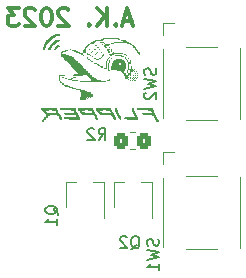
<source format=gbo>
G04 #@! TF.GenerationSoftware,KiCad,Pcbnew,6.0.2+dfsg-1*
G04 #@! TF.CreationDate,2023-09-07T15:13:02+02:00*
G04 #@! TF.ProjectId,flipper_esp32,666c6970-7065-4725-9f65-737033322e6b,rev?*
G04 #@! TF.SameCoordinates,Original*
G04 #@! TF.FileFunction,Legend,Bot*
G04 #@! TF.FilePolarity,Positive*
%FSLAX46Y46*%
G04 Gerber Fmt 4.6, Leading zero omitted, Abs format (unit mm)*
G04 Created by KiCad (PCBNEW 6.0.2+dfsg-1) date 2023-09-07 15:13:02*
%MOMM*%
%LPD*%
G01*
G04 APERTURE LIST*
G04 Aperture macros list*
%AMRoundRect*
0 Rectangle with rounded corners*
0 $1 Rounding radius*
0 $2 $3 $4 $5 $6 $7 $8 $9 X,Y pos of 4 corners*
0 Add a 4 corners polygon primitive as box body*
4,1,4,$2,$3,$4,$5,$6,$7,$8,$9,$2,$3,0*
0 Add four circle primitives for the rounded corners*
1,1,$1+$1,$2,$3*
1,1,$1+$1,$4,$5*
1,1,$1+$1,$6,$7*
1,1,$1+$1,$8,$9*
0 Add four rect primitives between the rounded corners*
20,1,$1+$1,$2,$3,$4,$5,0*
20,1,$1+$1,$4,$5,$6,$7,0*
20,1,$1+$1,$6,$7,$8,$9,0*
20,1,$1+$1,$8,$9,$2,$3,0*%
G04 Aperture macros list end*
%ADD10C,0.300000*%
%ADD11C,0.150000*%
%ADD12C,0.120000*%
%ADD13R,1.400000X1.600000*%
%ADD14RoundRect,0.250000X0.350000X0.450000X-0.350000X0.450000X-0.350000X-0.450000X0.350000X-0.450000X0*%
%ADD15R,0.700000X2.000000*%
%ADD16R,1.700000X1.700000*%
%ADD17O,1.700000X1.700000*%
G04 APERTURE END LIST*
D10*
X141648000Y-104136000D02*
X140933714Y-104136000D01*
X141790857Y-104564571D02*
X141290857Y-103064571D01*
X140790857Y-104564571D01*
X140290857Y-104421714D02*
X140219428Y-104493142D01*
X140290857Y-104564571D01*
X140362285Y-104493142D01*
X140290857Y-104421714D01*
X140290857Y-104564571D01*
X139576571Y-104564571D02*
X139576571Y-103064571D01*
X138719428Y-104564571D02*
X139362285Y-103707428D01*
X138719428Y-103064571D02*
X139576571Y-103921714D01*
X138076571Y-104421714D02*
X138005142Y-104493142D01*
X138076571Y-104564571D01*
X138148000Y-104493142D01*
X138076571Y-104421714D01*
X138076571Y-104564571D01*
X136290857Y-103207428D02*
X136219428Y-103136000D01*
X136076571Y-103064571D01*
X135719428Y-103064571D01*
X135576571Y-103136000D01*
X135505142Y-103207428D01*
X135433714Y-103350285D01*
X135433714Y-103493142D01*
X135505142Y-103707428D01*
X136362285Y-104564571D01*
X135433714Y-104564571D01*
X134505142Y-103064571D02*
X134362285Y-103064571D01*
X134219428Y-103136000D01*
X134148000Y-103207428D01*
X134076571Y-103350285D01*
X134005142Y-103636000D01*
X134005142Y-103993142D01*
X134076571Y-104278857D01*
X134148000Y-104421714D01*
X134219428Y-104493142D01*
X134362285Y-104564571D01*
X134505142Y-104564571D01*
X134648000Y-104493142D01*
X134719428Y-104421714D01*
X134790857Y-104278857D01*
X134862285Y-103993142D01*
X134862285Y-103636000D01*
X134790857Y-103350285D01*
X134719428Y-103207428D01*
X134648000Y-103136000D01*
X134505142Y-103064571D01*
X133433714Y-103207428D02*
X133362285Y-103136000D01*
X133219428Y-103064571D01*
X132862285Y-103064571D01*
X132719428Y-103136000D01*
X132648000Y-103207428D01*
X132576571Y-103350285D01*
X132576571Y-103493142D01*
X132648000Y-103707428D01*
X133505142Y-104564571D01*
X132576571Y-104564571D01*
X132076571Y-103064571D02*
X131148000Y-103064571D01*
X131648000Y-103636000D01*
X131433714Y-103636000D01*
X131290857Y-103707428D01*
X131219428Y-103778857D01*
X131148000Y-103921714D01*
X131148000Y-104278857D01*
X131219428Y-104421714D01*
X131290857Y-104493142D01*
X131433714Y-104564571D01*
X131862285Y-104564571D01*
X132005142Y-104493142D01*
X132076571Y-104421714D01*
D11*
X143678761Y-108140666D02*
X143726380Y-108283523D01*
X143726380Y-108521619D01*
X143678761Y-108616857D01*
X143631142Y-108664476D01*
X143535904Y-108712095D01*
X143440666Y-108712095D01*
X143345428Y-108664476D01*
X143297809Y-108616857D01*
X143250190Y-108521619D01*
X143202571Y-108331142D01*
X143154952Y-108235904D01*
X143107333Y-108188285D01*
X143012095Y-108140666D01*
X142916857Y-108140666D01*
X142821619Y-108188285D01*
X142774000Y-108235904D01*
X142726380Y-108331142D01*
X142726380Y-108569238D01*
X142774000Y-108712095D01*
X142726380Y-109045428D02*
X143726380Y-109283523D01*
X143012095Y-109474000D01*
X143726380Y-109664476D01*
X142726380Y-109902571D01*
X142821619Y-110235904D02*
X142774000Y-110283523D01*
X142726380Y-110378761D01*
X142726380Y-110616857D01*
X142774000Y-110712095D01*
X142821619Y-110759714D01*
X142916857Y-110807333D01*
X143012095Y-110807333D01*
X143154952Y-110759714D01*
X143726380Y-110188285D01*
X143726380Y-110807333D01*
X143914761Y-122618666D02*
X143962380Y-122761523D01*
X143962380Y-122999619D01*
X143914761Y-123094857D01*
X143867142Y-123142476D01*
X143771904Y-123190095D01*
X143676666Y-123190095D01*
X143581428Y-123142476D01*
X143533809Y-123094857D01*
X143486190Y-122999619D01*
X143438571Y-122809142D01*
X143390952Y-122713904D01*
X143343333Y-122666285D01*
X143248095Y-122618666D01*
X143152857Y-122618666D01*
X143057619Y-122666285D01*
X143010000Y-122713904D01*
X142962380Y-122809142D01*
X142962380Y-123047238D01*
X143010000Y-123190095D01*
X142962380Y-123523428D02*
X143962380Y-123761523D01*
X143248095Y-123952000D01*
X143962380Y-124142476D01*
X142962380Y-124380571D01*
X143962380Y-125285333D02*
X143962380Y-124713904D01*
X143962380Y-124999619D02*
X142962380Y-124999619D01*
X143105238Y-124904380D01*
X143200476Y-124809142D01*
X143248095Y-124713904D01*
X138850666Y-114244380D02*
X139184000Y-113768190D01*
X139422095Y-114244380D02*
X139422095Y-113244380D01*
X139041142Y-113244380D01*
X138945904Y-113292000D01*
X138898285Y-113339619D01*
X138850666Y-113434857D01*
X138850666Y-113577714D01*
X138898285Y-113672952D01*
X138945904Y-113720571D01*
X139041142Y-113768190D01*
X139422095Y-113768190D01*
X138469714Y-113339619D02*
X138422095Y-113292000D01*
X138326857Y-113244380D01*
X138088761Y-113244380D01*
X137993523Y-113292000D01*
X137945904Y-113339619D01*
X137898285Y-113434857D01*
X137898285Y-113530095D01*
X137945904Y-113672952D01*
X138517333Y-114244380D01*
X137898285Y-114244380D01*
X141573238Y-123483619D02*
X141668476Y-123436000D01*
X141763714Y-123340761D01*
X141906571Y-123197904D01*
X142001809Y-123150285D01*
X142097047Y-123150285D01*
X142049428Y-123388380D02*
X142144666Y-123340761D01*
X142239904Y-123245523D01*
X142287523Y-123055047D01*
X142287523Y-122721714D01*
X142239904Y-122531238D01*
X142144666Y-122436000D01*
X142049428Y-122388380D01*
X141858952Y-122388380D01*
X141763714Y-122436000D01*
X141668476Y-122531238D01*
X141620857Y-122721714D01*
X141620857Y-123055047D01*
X141668476Y-123245523D01*
X141763714Y-123340761D01*
X141858952Y-123388380D01*
X142049428Y-123388380D01*
X141239904Y-122483619D02*
X141192285Y-122436000D01*
X141097047Y-122388380D01*
X140858952Y-122388380D01*
X140763714Y-122436000D01*
X140716095Y-122483619D01*
X140668476Y-122578857D01*
X140668476Y-122674095D01*
X140716095Y-122816952D01*
X141287523Y-123388380D01*
X140668476Y-123388380D01*
X135421619Y-120554761D02*
X135374000Y-120459523D01*
X135278761Y-120364285D01*
X135135904Y-120221428D01*
X135088285Y-120126190D01*
X135088285Y-120030952D01*
X135326380Y-120078571D02*
X135278761Y-119983333D01*
X135183523Y-119888095D01*
X134993047Y-119840476D01*
X134659714Y-119840476D01*
X134469238Y-119888095D01*
X134374000Y-119983333D01*
X134326380Y-120078571D01*
X134326380Y-120269047D01*
X134374000Y-120364285D01*
X134469238Y-120459523D01*
X134659714Y-120507142D01*
X134993047Y-120507142D01*
X135183523Y-120459523D01*
X135278761Y-120364285D01*
X135326380Y-120269047D01*
X135326380Y-120078571D01*
X135326380Y-121459523D02*
X135326380Y-120888095D01*
X135326380Y-121173809D02*
X134326380Y-121173809D01*
X134469238Y-121078571D01*
X134564476Y-120983333D01*
X134612095Y-120888095D01*
G36*
X140131030Y-106830091D02*
G01*
X140135937Y-106848127D01*
X140167860Y-106867987D01*
X140240106Y-106880113D01*
X140364874Y-106886169D01*
X140554364Y-106887818D01*
X140676005Y-106889075D01*
X140837055Y-106896231D01*
X140940898Y-106908938D01*
X140977697Y-106926303D01*
X141001584Y-106951614D01*
X141073909Y-106964788D01*
X141137187Y-106974343D01*
X141170121Y-107003273D01*
X141146234Y-107028584D01*
X141073909Y-107041757D01*
X141010632Y-107032203D01*
X140977697Y-107003273D01*
X140963869Y-106992214D01*
X140885155Y-106977573D01*
X140745375Y-106968133D01*
X140554364Y-106964788D01*
X140432722Y-106966045D01*
X140271672Y-106973201D01*
X140167830Y-106985908D01*
X140131030Y-107003273D01*
X140107143Y-107028584D01*
X140034818Y-107041757D01*
X139972061Y-107053056D01*
X139938606Y-107099485D01*
X139934264Y-107126041D01*
X139900121Y-107157212D01*
X139882417Y-107150699D01*
X139861637Y-107099485D01*
X139854931Y-107072563D01*
X139803909Y-107041757D01*
X139770245Y-107027471D01*
X139746182Y-106964788D01*
X139753399Y-106920051D01*
X139784667Y-106887818D01*
X139793866Y-106888936D01*
X139823152Y-106926303D01*
X139823863Y-106936444D01*
X139853962Y-106964183D01*
X139917554Y-106939932D01*
X139999704Y-106868576D01*
X140013123Y-106854235D01*
X140084522Y-106787662D01*
X140120877Y-106780478D01*
X140131030Y-106830091D01*
G37*
G36*
X139822292Y-107191420D02*
G01*
X139794288Y-107223415D01*
X139775040Y-107234870D01*
X139746182Y-107295116D01*
X139742371Y-107318701D01*
X139707697Y-107349636D01*
X139696881Y-107347968D01*
X139669212Y-107308402D01*
X139676461Y-107278138D01*
X139718030Y-107219212D01*
X139773320Y-107177473D01*
X139815363Y-107177142D01*
X139822292Y-107191420D01*
G37*
G36*
X139601441Y-106504088D02*
G01*
X139630727Y-106541454D01*
X139631066Y-106546744D01*
X139662236Y-106577205D01*
X139717009Y-106571259D01*
X139756949Y-106531833D01*
X139768413Y-106512977D01*
X139808262Y-106517859D01*
X139819202Y-106535466D01*
X139794288Y-106569173D01*
X139757960Y-106599277D01*
X139750583Y-106659944D01*
X139792677Y-106704478D01*
X139816428Y-106728915D01*
X139783056Y-106783191D01*
X139729089Y-106833450D01*
X139684161Y-106837715D01*
X139669212Y-106771156D01*
X139659024Y-106723030D01*
X139611485Y-106670826D01*
X139584840Y-106651297D01*
X139557339Y-106592057D01*
X139558479Y-106531032D01*
X139592243Y-106502970D01*
X139601441Y-106504088D01*
G37*
G36*
X138004652Y-110593864D02*
G01*
X138008824Y-110645362D01*
X137966258Y-110717221D01*
X137933677Y-110748975D01*
X137881411Y-110771546D01*
X137860424Y-110736303D01*
X137861543Y-110727104D01*
X137898909Y-110697818D01*
X137916613Y-110691305D01*
X137937394Y-110640091D01*
X137941736Y-110613535D01*
X137975879Y-110582363D01*
X138004652Y-110593864D01*
G37*
G36*
X141806324Y-111565251D02*
G01*
X141824364Y-111640697D01*
X141835662Y-111703454D01*
X141882091Y-111736909D01*
X141919745Y-111755740D01*
X141939818Y-111833121D01*
X141949373Y-111896399D01*
X141978303Y-111929333D01*
X142003614Y-111953220D01*
X142016788Y-112025545D01*
X142028087Y-112088302D01*
X142074515Y-112121757D01*
X142112170Y-112140588D01*
X142132243Y-112217970D01*
X142141797Y-112281247D01*
X142170727Y-112314182D01*
X142196038Y-112338069D01*
X142209212Y-112410394D01*
X142209212Y-112506606D01*
X141651182Y-112506606D01*
X141539705Y-112506392D01*
X141349987Y-112504069D01*
X141221332Y-112498280D01*
X141142881Y-112487901D01*
X141103774Y-112471808D01*
X141093152Y-112448879D01*
X141086446Y-112421957D01*
X141035424Y-112391151D01*
X141008868Y-112386809D01*
X140977697Y-112352666D01*
X141002178Y-112338854D01*
X141095384Y-112325593D01*
X141250360Y-112317146D01*
X141458758Y-112314182D01*
X141463005Y-112314181D01*
X141665527Y-112312766D01*
X141802893Y-112307675D01*
X141886680Y-112297519D01*
X141928463Y-112280908D01*
X141939818Y-112256454D01*
X141935476Y-112229898D01*
X141901334Y-112198727D01*
X141878742Y-112183739D01*
X141862849Y-112120550D01*
X141852660Y-112072424D01*
X141805121Y-112020220D01*
X141768890Y-111985785D01*
X141747394Y-111905973D01*
X141738299Y-111846683D01*
X141708909Y-111813879D01*
X141703859Y-111812715D01*
X141680091Y-111768212D01*
X141670424Y-111679182D01*
X141672940Y-111618374D01*
X141694345Y-111559552D01*
X141747394Y-111544485D01*
X141806324Y-111565251D01*
G37*
G36*
X138773294Y-106339409D02*
G01*
X138784749Y-106358657D01*
X138844995Y-106387515D01*
X138868580Y-106391326D01*
X138899515Y-106426000D01*
X138897847Y-106436816D01*
X138858282Y-106464485D01*
X138828017Y-106457236D01*
X138769091Y-106415667D01*
X138727352Y-106360377D01*
X138727021Y-106318334D01*
X138741299Y-106311405D01*
X138773294Y-106339409D01*
G37*
G36*
X139152793Y-106709827D02*
G01*
X139168909Y-106772363D01*
X139161693Y-106817100D01*
X139130424Y-106849333D01*
X139108056Y-106834900D01*
X139091940Y-106772363D01*
X139099156Y-106727627D01*
X139130424Y-106695394D01*
X139152793Y-106709827D01*
G37*
G36*
X138976485Y-106514515D02*
G01*
X138984982Y-106548576D01*
X139034212Y-106579939D01*
X139060769Y-106584281D01*
X139091940Y-106618424D01*
X139075150Y-106651486D01*
X139020652Y-106647232D01*
X138949271Y-106596708D01*
X138912634Y-106543604D01*
X138932777Y-106492799D01*
X138965338Y-106472541D01*
X138976485Y-106514515D01*
G37*
G36*
X139253736Y-106902376D02*
G01*
X139279649Y-106965759D01*
X139286125Y-107050803D01*
X139272036Y-107125785D01*
X139236258Y-107158979D01*
X139218105Y-107164802D01*
X139152239Y-107212731D01*
X139072697Y-107292878D01*
X139063400Y-107303436D01*
X138981063Y-107382081D01*
X138897208Y-107417316D01*
X138774440Y-107425808D01*
X138713916Y-107423891D01*
X138626139Y-107410404D01*
X138591637Y-107388121D01*
X138577203Y-107365753D01*
X138514667Y-107349636D01*
X138469782Y-107338922D01*
X138437697Y-107291909D01*
X138451983Y-107258245D01*
X138514667Y-107234182D01*
X138559552Y-107244896D01*
X138591637Y-107291909D01*
X138598348Y-107315932D01*
X138649827Y-107341968D01*
X138763491Y-107349636D01*
X138901350Y-107327541D01*
X139038715Y-107253426D01*
X139133541Y-107140969D01*
X139168909Y-107004570D01*
X139181035Y-106921842D01*
X139226637Y-106887818D01*
X139253736Y-106902376D01*
G37*
G36*
X137916613Y-107240694D02*
G01*
X137937394Y-107291909D01*
X137952278Y-107326211D01*
X138017113Y-107349636D01*
X138096403Y-107369817D01*
X138173952Y-107428390D01*
X138206788Y-107500827D01*
X138205231Y-107512416D01*
X138168303Y-107542060D01*
X138150599Y-107535548D01*
X138129818Y-107484333D01*
X138114935Y-107450031D01*
X138050100Y-107426606D01*
X137970809Y-107406425D01*
X137893260Y-107347852D01*
X137860424Y-107275415D01*
X137861981Y-107263826D01*
X137898909Y-107234182D01*
X137916613Y-107240694D01*
G37*
G36*
X142102957Y-108389845D02*
G01*
X142132243Y-108427212D01*
X142131124Y-108436411D01*
X142093758Y-108465697D01*
X142084559Y-108464578D01*
X142055273Y-108427212D01*
X142056391Y-108418013D01*
X142093758Y-108388727D01*
X142102957Y-108389845D01*
G37*
G36*
X139809219Y-109115309D02*
G01*
X139778928Y-109173671D01*
X139731083Y-109208102D01*
X139652901Y-109231339D01*
X139583627Y-109228657D01*
X139553758Y-109196909D01*
X139575987Y-109172011D01*
X139646763Y-109158424D01*
X139709662Y-109147444D01*
X139756949Y-109110318D01*
X139767151Y-109092162D01*
X139802523Y-109088544D01*
X139809219Y-109115309D01*
G37*
G36*
X141814903Y-108534910D02*
G01*
X141780140Y-108596398D01*
X141745924Y-108629378D01*
X141693006Y-108656833D01*
X141670424Y-108636130D01*
X141682294Y-108611125D01*
X141729984Y-108554578D01*
X141736564Y-108548212D01*
X141794604Y-108514033D01*
X141814903Y-108534910D01*
G37*
G36*
X135477445Y-105735789D02*
G01*
X135536266Y-105757193D01*
X135551334Y-105810242D01*
X135530567Y-105869172D01*
X135455121Y-105887212D01*
X135392364Y-105898511D01*
X135358909Y-105944939D01*
X135344025Y-105979242D01*
X135279191Y-106002666D01*
X135199900Y-106022847D01*
X135122351Y-106081421D01*
X135089515Y-106153857D01*
X135087824Y-106165524D01*
X135048282Y-106195091D01*
X134985079Y-106220408D01*
X134923265Y-106293891D01*
X134897091Y-106384766D01*
X134886313Y-106432136D01*
X134839364Y-106464485D01*
X134801710Y-106483316D01*
X134781637Y-106560697D01*
X134781230Y-106578427D01*
X134758662Y-106641014D01*
X134685424Y-106656909D01*
X134628748Y-106650593D01*
X134596401Y-106613302D01*
X134589212Y-106522212D01*
X134589317Y-106509944D01*
X134604244Y-106416724D01*
X134646940Y-106387515D01*
X134681242Y-106372631D01*
X134704667Y-106307796D01*
X134724848Y-106228506D01*
X134783421Y-106150957D01*
X134855857Y-106118121D01*
X134867524Y-106116430D01*
X134897091Y-106076887D01*
X134920992Y-106018831D01*
X134982996Y-105954848D01*
X135048282Y-105925697D01*
X135067282Y-105919161D01*
X135089515Y-105867970D01*
X135108346Y-105830315D01*
X135185727Y-105810242D01*
X135249005Y-105800687D01*
X135281940Y-105771757D01*
X135283103Y-105766707D01*
X135327606Y-105742939D01*
X135416637Y-105733273D01*
X135477445Y-105735789D01*
G37*
G36*
X139953647Y-105617864D02*
G01*
X140189510Y-105619111D01*
X140360664Y-105622653D01*
X140476843Y-105629278D01*
X140547779Y-105639776D01*
X140583203Y-105654935D01*
X140592849Y-105675545D01*
X140605162Y-105705696D01*
X140664264Y-105727093D01*
X140785273Y-105733273D01*
X140854587Y-105735870D01*
X140943085Y-105749804D01*
X140977697Y-105771757D01*
X140981623Y-105780384D01*
X141035239Y-105801707D01*
X141131637Y-105810242D01*
X141166167Y-105811295D01*
X141251441Y-105825658D01*
X141285576Y-105851476D01*
X141310894Y-105914679D01*
X141384377Y-105976493D01*
X141475251Y-106002666D01*
X141522621Y-106013444D01*
X141554970Y-106060394D01*
X141569105Y-106093889D01*
X141631227Y-106118121D01*
X141687393Y-106140485D01*
X141781512Y-106208815D01*
X141893676Y-106307758D01*
X142008206Y-106421637D01*
X142109424Y-106534774D01*
X142181652Y-106631489D01*
X142209212Y-106696106D01*
X142219913Y-106740354D01*
X142266940Y-106772363D01*
X142272197Y-106772607D01*
X142312149Y-106807436D01*
X142324667Y-106907060D01*
X142311834Y-107006523D01*
X142270543Y-107041757D01*
X142239725Y-107029198D01*
X142236424Y-106965255D01*
X142239194Y-106916806D01*
X142194336Y-106864926D01*
X142160141Y-106839222D01*
X142132243Y-106765497D01*
X142111907Y-106688834D01*
X142052984Y-106612511D01*
X141981052Y-106579939D01*
X141969385Y-106578248D01*
X141939818Y-106538705D01*
X141915918Y-106480649D01*
X141853914Y-106416666D01*
X141788628Y-106387515D01*
X141776961Y-106385824D01*
X141747394Y-106346281D01*
X141722076Y-106283079D01*
X141648594Y-106221264D01*
X141557719Y-106195091D01*
X141510349Y-106184313D01*
X141478000Y-106137363D01*
X141459169Y-106099709D01*
X141381788Y-106079636D01*
X141318511Y-106070081D01*
X141285576Y-106041151D01*
X141284977Y-106039000D01*
X141238473Y-106023762D01*
X141122473Y-106012335D01*
X140943557Y-106005157D01*
X140708303Y-106002666D01*
X140676035Y-106002706D01*
X140447465Y-106005807D01*
X140276054Y-106013540D01*
X140168383Y-106025468D01*
X140131030Y-106041151D01*
X140129867Y-106046202D01*
X140085364Y-106069970D01*
X139996334Y-106079636D01*
X139978656Y-106079304D01*
X139895468Y-106066589D01*
X139861637Y-106041151D01*
X139862800Y-106036101D01*
X139907303Y-106012333D01*
X139996334Y-106002666D01*
X140014011Y-106002334D01*
X140097199Y-105989619D01*
X140131030Y-105964182D01*
X140139199Y-105955300D01*
X140207841Y-105939593D01*
X140337097Y-105929356D01*
X140515879Y-105925697D01*
X140595970Y-105925424D01*
X140748291Y-105921717D01*
X140841418Y-105912172D01*
X140888010Y-105894889D01*
X140900727Y-105867970D01*
X140888414Y-105837819D01*
X140829312Y-105816422D01*
X140708303Y-105810242D01*
X140607800Y-105806548D01*
X140536479Y-105788817D01*
X140515879Y-105752515D01*
X140510003Y-105734931D01*
X140479561Y-105717880D01*
X140413748Y-105706315D01*
X140302167Y-105699261D01*
X140134423Y-105695744D01*
X139900121Y-105694788D01*
X139712554Y-105695339D01*
X139530685Y-105698192D01*
X139407326Y-105704362D01*
X139332084Y-105714823D01*
X139294561Y-105730549D01*
X139284364Y-105752515D01*
X139278066Y-105779366D01*
X139229844Y-105810242D01*
X139206908Y-105814036D01*
X139152874Y-105858348D01*
X139133249Y-105886650D01*
X139107975Y-105858348D01*
X139105543Y-105853643D01*
X139058722Y-105816948D01*
X139003264Y-105814399D01*
X138976485Y-105848727D01*
X138951958Y-105866107D01*
X138868571Y-105881370D01*
X138745576Y-105887212D01*
X138737482Y-105887214D01*
X138612890Y-105889528D01*
X138546273Y-105901314D01*
X138519556Y-105930102D01*
X138514667Y-105983424D01*
X138512844Y-106022036D01*
X138493417Y-106060597D01*
X138436444Y-106076517D01*
X138322243Y-106079636D01*
X138221740Y-106083330D01*
X138150418Y-106101061D01*
X138129818Y-106137363D01*
X138125150Y-106163964D01*
X138088585Y-106195091D01*
X138030528Y-106218991D01*
X137966545Y-106280995D01*
X137937394Y-106346281D01*
X137935703Y-106357948D01*
X137896160Y-106387515D01*
X137821480Y-106420771D01*
X137766214Y-106510157D01*
X137744970Y-106634918D01*
X137745381Y-106654968D01*
X137758222Y-106738484D01*
X137783455Y-106772363D01*
X137792654Y-106773482D01*
X137821940Y-106810848D01*
X137820776Y-106815899D01*
X137776273Y-106839667D01*
X137687243Y-106849333D01*
X137607896Y-106853845D01*
X137562609Y-106880481D01*
X137552546Y-106945545D01*
X137562101Y-107008823D01*
X137591030Y-107041757D01*
X137608735Y-107048270D01*
X137629515Y-107099485D01*
X137625173Y-107126041D01*
X137591030Y-107157212D01*
X137573326Y-107150699D01*
X137552546Y-107099485D01*
X137533715Y-107061830D01*
X137456334Y-107041757D01*
X137393056Y-107032203D01*
X137360121Y-107003273D01*
X137336234Y-106977962D01*
X137263909Y-106964788D01*
X137201152Y-106953489D01*
X137167697Y-106907060D01*
X137148866Y-106869406D01*
X137071485Y-106849333D01*
X137008208Y-106839778D01*
X136975273Y-106810848D01*
X136951386Y-106785537D01*
X136879061Y-106772363D01*
X136816304Y-106761065D01*
X136782849Y-106714636D01*
X136769420Y-106686189D01*
X136719365Y-106668345D01*
X136619271Y-106659373D01*
X136455727Y-106656909D01*
X136294528Y-106659279D01*
X136193409Y-106668112D01*
X136142572Y-106685776D01*
X136128606Y-106714636D01*
X136128147Y-106721786D01*
X136091868Y-106760357D01*
X135991160Y-106772363D01*
X135868956Y-106792686D01*
X135778520Y-106847312D01*
X135743758Y-106923554D01*
X135753701Y-106937396D01*
X135821193Y-106957253D01*
X135936182Y-106964788D01*
X136005496Y-106967385D01*
X136093994Y-106981319D01*
X136128606Y-107003273D01*
X136129770Y-107008323D01*
X136174273Y-107032091D01*
X136263303Y-107041757D01*
X136275571Y-107041862D01*
X136368791Y-107056789D01*
X136398000Y-107099485D01*
X136416831Y-107137139D01*
X136494212Y-107157212D01*
X136557490Y-107166767D01*
X136590424Y-107195697D01*
X136614312Y-107221008D01*
X136686637Y-107234182D01*
X136749394Y-107245480D01*
X136782849Y-107291909D01*
X136787517Y-107318509D01*
X136824082Y-107349636D01*
X136882139Y-107373537D01*
X136946122Y-107435541D01*
X136975273Y-107500827D01*
X136976964Y-107512494D01*
X137016507Y-107542060D01*
X137074563Y-107565961D01*
X137138546Y-107627965D01*
X137167697Y-107693251D01*
X137169388Y-107704918D01*
X137208931Y-107734485D01*
X137266988Y-107758385D01*
X137330970Y-107820389D01*
X137360121Y-107885675D01*
X137367487Y-107905409D01*
X137420120Y-107926909D01*
X137447609Y-107932447D01*
X137456334Y-107965394D01*
X137452713Y-107985221D01*
X137492547Y-108003879D01*
X137521562Y-108011125D01*
X137552546Y-108061606D01*
X137560078Y-108089523D01*
X137612544Y-108119333D01*
X137640033Y-108124871D01*
X137648758Y-108157818D01*
X137645137Y-108177646D01*
X137684971Y-108196303D01*
X137713686Y-108201365D01*
X137744970Y-108237537D01*
X137768870Y-108295593D01*
X137830874Y-108359576D01*
X137896160Y-108388727D01*
X137907827Y-108390418D01*
X137937394Y-108429961D01*
X137961295Y-108488017D01*
X138023299Y-108552000D01*
X138088585Y-108581151D01*
X138100252Y-108582843D01*
X138129818Y-108622385D01*
X138153719Y-108680442D01*
X138215723Y-108744425D01*
X138281009Y-108773576D01*
X138292676Y-108775267D01*
X138322243Y-108814809D01*
X138347200Y-108877274D01*
X138419518Y-108939461D01*
X138507800Y-108966000D01*
X138553215Y-108975647D01*
X138605554Y-109023727D01*
X138631881Y-109056377D01*
X138705883Y-109081454D01*
X138751776Y-109088833D01*
X138784061Y-109119939D01*
X138787986Y-109128566D01*
X138841603Y-109149889D01*
X138938000Y-109158424D01*
X138982257Y-109159472D01*
X139066520Y-109176012D01*
X139091940Y-109216151D01*
X139092395Y-109223107D01*
X139116784Y-109253729D01*
X139188770Y-109269445D01*
X139322849Y-109273879D01*
X139427129Y-109277966D01*
X139518703Y-109291864D01*
X139553758Y-109312363D01*
X139527355Y-109322308D01*
X139427034Y-109332388D01*
X139254034Y-109340355D01*
X139010683Y-109346136D01*
X138699310Y-109349658D01*
X138322243Y-109350848D01*
X137968123Y-109349743D01*
X137663079Y-109346418D01*
X137418760Y-109340997D01*
X137239224Y-109333604D01*
X137128528Y-109324361D01*
X137090727Y-109313392D01*
X137093228Y-109309426D01*
X137148128Y-109294725D01*
X137267283Y-109281896D01*
X137440577Y-109271797D01*
X137657896Y-109265286D01*
X137673621Y-109264986D01*
X137917545Y-109257955D01*
X138090274Y-109244994D01*
X138197265Y-109221940D01*
X138243973Y-109184630D01*
X138235855Y-109128901D01*
X138178367Y-109050589D01*
X138076967Y-108945530D01*
X137902544Y-108773576D01*
X137592848Y-108773576D01*
X137563950Y-108773715D01*
X137417600Y-108779651D01*
X137319176Y-108793032D01*
X137283152Y-108812060D01*
X137270166Y-108825923D01*
X137200495Y-108843623D01*
X137090727Y-108850545D01*
X137021413Y-108847948D01*
X136932915Y-108834014D01*
X136898303Y-108812060D01*
X136897704Y-108809909D01*
X136851201Y-108794671D01*
X136735201Y-108783244D01*
X136556284Y-108776066D01*
X136321030Y-108773576D01*
X136288762Y-108773615D01*
X136060192Y-108776716D01*
X135888781Y-108784449D01*
X135781110Y-108796377D01*
X135743758Y-108812060D01*
X135719871Y-108837371D01*
X135647546Y-108850545D01*
X135589100Y-108857498D01*
X135558156Y-108895872D01*
X135551334Y-108988260D01*
X135551402Y-108996988D01*
X135565962Y-109090881D01*
X135615470Y-109178943D01*
X135713725Y-109286518D01*
X135788708Y-109356563D01*
X135864940Y-109417665D01*
X135906149Y-109437439D01*
X135920416Y-109439844D01*
X135936182Y-109485545D01*
X135955013Y-109523200D01*
X136032394Y-109543273D01*
X136095672Y-109552827D01*
X136128606Y-109581757D01*
X136129770Y-109586808D01*
X136174273Y-109610576D01*
X136263303Y-109620242D01*
X136275571Y-109620347D01*
X136368791Y-109635273D01*
X136398000Y-109677970D01*
X136400794Y-109694566D01*
X136444901Y-109726164D01*
X136551940Y-109735697D01*
X136563340Y-109735774D01*
X136669570Y-109749432D01*
X136705879Y-109785696D01*
X136706058Y-109789499D01*
X136740941Y-109820442D01*
X136840576Y-109819971D01*
X136892132Y-109815564D01*
X136957464Y-109825264D01*
X136975273Y-109866183D01*
X136990129Y-109902705D01*
X137048834Y-109922639D01*
X137167697Y-109928121D01*
X137237011Y-109930718D01*
X137325509Y-109944652D01*
X137360121Y-109966606D01*
X137373107Y-109980469D01*
X137442779Y-109998168D01*
X137552546Y-110005091D01*
X137653048Y-110008785D01*
X137724370Y-110026515D01*
X137744970Y-110062818D01*
X137745213Y-110068076D01*
X137780043Y-110108027D01*
X137879667Y-110120545D01*
X137897344Y-110120878D01*
X137980533Y-110133593D01*
X138014364Y-110159030D01*
X138038251Y-110184341D01*
X138110576Y-110197515D01*
X138173333Y-110208814D01*
X138206788Y-110255242D01*
X138225619Y-110292897D01*
X138303000Y-110312970D01*
X138303004Y-110312970D01*
X138377980Y-110330563D01*
X138399212Y-110392688D01*
X138388372Y-110448251D01*
X138348135Y-110519912D01*
X138296468Y-110565596D01*
X138253062Y-110562434D01*
X138246133Y-110548155D01*
X138274137Y-110516160D01*
X138277391Y-110514916D01*
X138317861Y-110470837D01*
X138312603Y-110416502D01*
X138264515Y-110389939D01*
X138237664Y-110396237D01*
X138206788Y-110444459D01*
X138202994Y-110467395D01*
X138158682Y-110521429D01*
X138130380Y-110541054D01*
X138158682Y-110566328D01*
X138177063Y-110577807D01*
X138206788Y-110626804D01*
X138199812Y-110655291D01*
X138158133Y-110712939D01*
X138102516Y-110754211D01*
X138060637Y-110754858D01*
X138053708Y-110740580D01*
X138081712Y-110708585D01*
X138108711Y-110693831D01*
X138125450Y-110637567D01*
X138074840Y-110560372D01*
X138033875Y-110523812D01*
X137989899Y-110512295D01*
X137934867Y-110544758D01*
X137848028Y-110627324D01*
X137817685Y-110659101D01*
X137765932Y-110731169D01*
X137774019Y-110765228D01*
X137793316Y-110776304D01*
X137821940Y-110835722D01*
X137818129Y-110859307D01*
X137783455Y-110890242D01*
X137766807Y-110884844D01*
X137744970Y-110835722D01*
X137741176Y-110812787D01*
X137696864Y-110758752D01*
X137668562Y-110739127D01*
X137696864Y-110713853D01*
X137702566Y-110710780D01*
X137737365Y-110664529D01*
X137743256Y-110609178D01*
X137715038Y-110582363D01*
X137706714Y-110583400D01*
X137656114Y-110615853D01*
X137606616Y-110674595D01*
X137576717Y-110733473D01*
X137584915Y-110766335D01*
X137588629Y-110767739D01*
X137623564Y-110809107D01*
X137625023Y-110863286D01*
X137591030Y-110890242D01*
X137573326Y-110883729D01*
X137552546Y-110832515D01*
X137548061Y-110805940D01*
X137512853Y-110774788D01*
X137491723Y-110781520D01*
X137451008Y-110832515D01*
X137427710Y-110863456D01*
X137356004Y-110890242D01*
X137316717Y-110882311D01*
X137290007Y-110837687D01*
X137283152Y-110736303D01*
X137284133Y-110701796D01*
X137297537Y-110616505D01*
X137321637Y-110582363D01*
X137335499Y-110569378D01*
X137353199Y-110499706D01*
X137360121Y-110389939D01*
X137357524Y-110320625D01*
X137343590Y-110232127D01*
X137321637Y-110197515D01*
X137296326Y-110173628D01*
X137283152Y-110101303D01*
X137281329Y-110062691D01*
X137261902Y-110024129D01*
X137204929Y-110008210D01*
X137090727Y-110005091D01*
X137021413Y-110002494D01*
X136932915Y-109988559D01*
X136898303Y-109966606D01*
X136894378Y-109957979D01*
X136840761Y-109936656D01*
X136744364Y-109928121D01*
X136700107Y-109927073D01*
X136615844Y-109910533D01*
X136590424Y-109870394D01*
X136590181Y-109865136D01*
X136555352Y-109825185D01*
X136455727Y-109812666D01*
X136438050Y-109812334D01*
X136354862Y-109799619D01*
X136321030Y-109774182D01*
X136320264Y-109770013D01*
X136277832Y-109745645D01*
X136190451Y-109735697D01*
X136092768Y-109721565D01*
X136037719Y-109677970D01*
X136011392Y-109645320D01*
X135937390Y-109620242D01*
X135891497Y-109612864D01*
X135859212Y-109581757D01*
X135852699Y-109564053D01*
X135801485Y-109543273D01*
X135774885Y-109538604D01*
X135743758Y-109502039D01*
X135719857Y-109443982D01*
X135657853Y-109379999D01*
X135592567Y-109350848D01*
X135573567Y-109344312D01*
X135551334Y-109293121D01*
X135546992Y-109266565D01*
X135512849Y-109235394D01*
X135492323Y-109214734D01*
X135477118Y-109139069D01*
X135474045Y-109030643D01*
X135482277Y-108913734D01*
X135500985Y-108812621D01*
X135529342Y-108751584D01*
X135530115Y-108750827D01*
X135564658Y-108731723D01*
X135629277Y-108717457D01*
X135733347Y-108707422D01*
X135886243Y-108701007D01*
X136097339Y-108697605D01*
X136376009Y-108696606D01*
X136627582Y-108695118D01*
X136853273Y-108690351D01*
X137023238Y-108682623D01*
X137130404Y-108672265D01*
X137167697Y-108659608D01*
X137155255Y-108639932D01*
X137096033Y-108570833D01*
X136994766Y-108460897D01*
X136858931Y-108318057D01*
X136696002Y-108150246D01*
X136513455Y-107965394D01*
X136386535Y-107837193D01*
X136216633Y-107663169D01*
X136071474Y-107511624D01*
X135958534Y-107390490D01*
X135885289Y-107307697D01*
X135859212Y-107271179D01*
X135857556Y-107260817D01*
X135817979Y-107234182D01*
X135815430Y-107234148D01*
X135739160Y-107197092D01*
X135686458Y-107101684D01*
X135666788Y-106964788D01*
X135667446Y-106933461D01*
X135696063Y-106797277D01*
X135770629Y-106719883D01*
X135896156Y-106695394D01*
X135984198Y-106681027D01*
X136037719Y-106637666D01*
X136038490Y-106635950D01*
X136087822Y-106608504D01*
X136191037Y-106588961D01*
X136329499Y-106577321D01*
X136484575Y-106573584D01*
X136637628Y-106577750D01*
X136770024Y-106589819D01*
X136863128Y-106609791D01*
X136898303Y-106637666D01*
X136917134Y-106675321D01*
X136994515Y-106695394D01*
X137057793Y-106704949D01*
X137090727Y-106733879D01*
X137114615Y-106759190D01*
X137186940Y-106772363D01*
X137249697Y-106783662D01*
X137283152Y-106830091D01*
X137294008Y-106861197D01*
X137351569Y-106887818D01*
X137370801Y-106885815D01*
X137455049Y-106839476D01*
X137523991Y-106753403D01*
X137552546Y-106656469D01*
X137563251Y-106611978D01*
X137610273Y-106579939D01*
X137643939Y-106565651D01*
X137668000Y-106502960D01*
X137670056Y-106488924D01*
X137711339Y-106411693D01*
X137792602Y-106310106D01*
X137896586Y-106201286D01*
X138006030Y-106102358D01*
X138103676Y-106030443D01*
X138172264Y-106002666D01*
X138214707Y-105995277D01*
X138227649Y-105966801D01*
X138242760Y-105938172D01*
X138311969Y-105918695D01*
X138382967Y-105897301D01*
X138408834Y-105858348D01*
X138408281Y-105853679D01*
X138443795Y-105821101D01*
X138553152Y-105810242D01*
X138587659Y-105809261D01*
X138672949Y-105795857D01*
X138707091Y-105771757D01*
X138731618Y-105754377D01*
X138815005Y-105739115D01*
X138938000Y-105733273D01*
X138965822Y-105733159D01*
X139088312Y-105727061D01*
X139151176Y-105709065D01*
X139168909Y-105675545D01*
X139169475Y-105669645D01*
X139184858Y-105650521D01*
X139228538Y-105636644D01*
X139310248Y-105627224D01*
X139439720Y-105621472D01*
X139626686Y-105618600D01*
X139880879Y-105617818D01*
X139953647Y-105617864D01*
G37*
G36*
X143440727Y-111640697D02*
G01*
X143452026Y-111703454D01*
X143498455Y-111736909D01*
X143536109Y-111755740D01*
X143556182Y-111833121D01*
X143565737Y-111896399D01*
X143594667Y-111929333D01*
X143619978Y-111953220D01*
X143633152Y-112025545D01*
X143644450Y-112088302D01*
X143690879Y-112121757D01*
X143728533Y-112140588D01*
X143748606Y-112217970D01*
X143758161Y-112281247D01*
X143787091Y-112314182D01*
X143812402Y-112338069D01*
X143825576Y-112410394D01*
X143836875Y-112473151D01*
X143883303Y-112506606D01*
X143920958Y-112525437D01*
X143941030Y-112602818D01*
X143940624Y-112620548D01*
X143918056Y-112683135D01*
X143844818Y-112699030D01*
X143782061Y-112687732D01*
X143748606Y-112641303D01*
X143744264Y-112614747D01*
X143710121Y-112583576D01*
X143687530Y-112568588D01*
X143671637Y-112505398D01*
X143661448Y-112457272D01*
X143613909Y-112405068D01*
X143582058Y-112380212D01*
X143556182Y-112307315D01*
X143555061Y-112278958D01*
X143535564Y-112212220D01*
X143483315Y-112166935D01*
X143387322Y-112139300D01*
X143236596Y-112125509D01*
X143020143Y-112121757D01*
X142884238Y-112121056D01*
X142739034Y-112116662D01*
X142650381Y-112106792D01*
X142606113Y-112089798D01*
X142594061Y-112064030D01*
X142589719Y-112037474D01*
X142555576Y-112006303D01*
X142546377Y-112005185D01*
X142517091Y-111967818D01*
X142530919Y-111956760D01*
X142609633Y-111942119D01*
X142749414Y-111932679D01*
X142940424Y-111929333D01*
X143027574Y-111928975D01*
X143201012Y-111923864D01*
X143308215Y-111910450D01*
X143356819Y-111885882D01*
X143354462Y-111847311D01*
X143308779Y-111791887D01*
X143278237Y-111772886D01*
X143209412Y-111755696D01*
X143096148Y-111744615D01*
X142927626Y-111738674D01*
X142693022Y-111736909D01*
X142577848Y-111736682D01*
X142388534Y-111734331D01*
X142260152Y-111728521D01*
X142181867Y-111718137D01*
X142142843Y-111702062D01*
X142132243Y-111679182D01*
X142127901Y-111652625D01*
X142093758Y-111621454D01*
X142084559Y-111620336D01*
X142055273Y-111582970D01*
X142063815Y-111575611D01*
X142136053Y-111562423D01*
X142277602Y-111552648D01*
X142483303Y-111546573D01*
X142748000Y-111544485D01*
X143440727Y-111544485D01*
X143440727Y-111640697D01*
G37*
G36*
X136898303Y-111640697D02*
G01*
X136907858Y-111703974D01*
X136936788Y-111736909D01*
X136962099Y-111760796D01*
X136975273Y-111833121D01*
X136986572Y-111895878D01*
X137033000Y-111929333D01*
X137070654Y-111948164D01*
X137090727Y-112025545D01*
X137100282Y-112088823D01*
X137129212Y-112121757D01*
X137154523Y-112145645D01*
X137167697Y-112217970D01*
X137178996Y-112280727D01*
X137225424Y-112314182D01*
X137263079Y-112333013D01*
X137283152Y-112410394D01*
X137283152Y-112506606D01*
X136686637Y-112506606D01*
X136644295Y-112506591D01*
X136426626Y-112505514D01*
X136271021Y-112501689D01*
X136164677Y-112493652D01*
X136094787Y-112479940D01*
X136048547Y-112459089D01*
X136013152Y-112429636D01*
X135960397Y-112371619D01*
X135936182Y-112333424D01*
X135938924Y-112331447D01*
X135993391Y-112324672D01*
X136107029Y-112319190D01*
X136265815Y-112315520D01*
X136455727Y-112314182D01*
X136463526Y-112314180D01*
X136685542Y-112312226D01*
X136838731Y-112304988D01*
X136930947Y-112290144D01*
X136970044Y-112265369D01*
X136963875Y-112228341D01*
X136920295Y-112176736D01*
X136892544Y-112158315D01*
X136811943Y-112137061D01*
X136677469Y-112125347D01*
X136477719Y-112121757D01*
X136355038Y-112121075D01*
X136212518Y-112115945D01*
X136119319Y-112103391D01*
X136058507Y-112080607D01*
X136013152Y-112044788D01*
X135960397Y-111986770D01*
X135936182Y-111948576D01*
X135962616Y-111941899D01*
X136051922Y-111935389D01*
X136189400Y-111930965D01*
X136359515Y-111929333D01*
X136446665Y-111928975D01*
X136620103Y-111923864D01*
X136727306Y-111910450D01*
X136775910Y-111885882D01*
X136773553Y-111847311D01*
X136727870Y-111791887D01*
X136717094Y-111783068D01*
X136660810Y-111761144D01*
X136561583Y-111746911D01*
X136408108Y-111739217D01*
X136189082Y-111736909D01*
X136100318Y-111736759D01*
X135922012Y-111734370D01*
X135800282Y-111727502D01*
X135720505Y-111714145D01*
X135668054Y-111692294D01*
X135628303Y-111659939D01*
X135575548Y-111601922D01*
X135551334Y-111563727D01*
X135578528Y-111558324D01*
X135671338Y-111552797D01*
X135818200Y-111548414D01*
X136006799Y-111545526D01*
X136224818Y-111544485D01*
X136898303Y-111544485D01*
X136898303Y-111640697D01*
G37*
G36*
X142199752Y-108919758D02*
G01*
X142164989Y-108981247D01*
X142130772Y-109014227D01*
X142077855Y-109041682D01*
X142055273Y-109020978D01*
X142067143Y-108995974D01*
X142114833Y-108939427D01*
X142121412Y-108933060D01*
X142179452Y-108898881D01*
X142199752Y-108919758D01*
G37*
G36*
X138696337Y-106891285D02*
G01*
X138701248Y-106940218D01*
X138649364Y-106964788D01*
X138622808Y-106969130D01*
X138591637Y-107003273D01*
X138590518Y-107012471D01*
X138553152Y-107041757D01*
X138523961Y-107036318D01*
X138524050Y-107002633D01*
X138579259Y-106928714D01*
X138630120Y-106883618D01*
X138675471Y-106872818D01*
X138696337Y-106891285D01*
G37*
G36*
X138493886Y-107625543D02*
G01*
X138514667Y-107676757D01*
X138533498Y-107714412D01*
X138610879Y-107734485D01*
X138674157Y-107744040D01*
X138707091Y-107772970D01*
X138730978Y-107798281D01*
X138803303Y-107811454D01*
X138866060Y-107822753D01*
X138899515Y-107869182D01*
X138918346Y-107906836D01*
X138995727Y-107926909D01*
X139059005Y-107936464D01*
X139091940Y-107965394D01*
X139115827Y-107990705D01*
X139188152Y-108003879D01*
X139239215Y-108008815D01*
X139283593Y-108040253D01*
X139258707Y-108093677D01*
X139253729Y-108098208D01*
X139189088Y-108119949D01*
X139122537Y-108105321D01*
X139091940Y-108061606D01*
X139073109Y-108023952D01*
X138995727Y-108003879D01*
X138932450Y-107994324D01*
X138899515Y-107965394D01*
X138875628Y-107940083D01*
X138803303Y-107926909D01*
X138740546Y-107915610D01*
X138707091Y-107869182D01*
X138692207Y-107834879D01*
X138627372Y-107811454D01*
X138548082Y-107791274D01*
X138470533Y-107732700D01*
X138437697Y-107660264D01*
X138439254Y-107648675D01*
X138476182Y-107619030D01*
X138493886Y-107625543D01*
G37*
G36*
X138389501Y-106668410D02*
G01*
X138393673Y-106719907D01*
X138351106Y-106791766D01*
X138318526Y-106823521D01*
X138266259Y-106846092D01*
X138245273Y-106810848D01*
X138246391Y-106801649D01*
X138283758Y-106772363D01*
X138301462Y-106765851D01*
X138322243Y-106714636D01*
X138326585Y-106688080D01*
X138360727Y-106656909D01*
X138389501Y-106668410D01*
G37*
G36*
X141622479Y-108727334D02*
G01*
X141587716Y-108788822D01*
X141553500Y-108821803D01*
X141500582Y-108849258D01*
X141478000Y-108828554D01*
X141489870Y-108803550D01*
X141537560Y-108747003D01*
X141544140Y-108740636D01*
X141602179Y-108706457D01*
X141622479Y-108727334D01*
G37*
G36*
X142007327Y-108919758D02*
G01*
X141972564Y-108981247D01*
X141938348Y-109014227D01*
X141885430Y-109041682D01*
X141862849Y-109020978D01*
X141874718Y-108995974D01*
X141922409Y-108939427D01*
X141928988Y-108933060D01*
X141987028Y-108898881D01*
X142007327Y-108919758D01*
G37*
G36*
X138754775Y-106773482D02*
G01*
X138784061Y-106810848D01*
X138782942Y-106820047D01*
X138745576Y-106849333D01*
X138736377Y-106848215D01*
X138707091Y-106810848D01*
X138708209Y-106801649D01*
X138745576Y-106772363D01*
X138754775Y-106773482D01*
G37*
G36*
X137985078Y-106581058D02*
G01*
X138014364Y-106618424D01*
X138013246Y-106627623D01*
X137975879Y-106656909D01*
X137966680Y-106655791D01*
X137937394Y-106618424D01*
X137938512Y-106609225D01*
X137975879Y-106579939D01*
X137985078Y-106581058D01*
G37*
G36*
X136865369Y-108898585D02*
G01*
X136898303Y-108927515D01*
X136874416Y-108952826D01*
X136802091Y-108966000D01*
X136738814Y-108975555D01*
X136705879Y-109004485D01*
X136699366Y-109022189D01*
X136648152Y-109042970D01*
X136621230Y-109049675D01*
X136590424Y-109100697D01*
X136592256Y-109113798D01*
X136622275Y-109140799D01*
X136700262Y-109154570D01*
X136840576Y-109158424D01*
X136961755Y-109163029D01*
X137055383Y-109176798D01*
X137090727Y-109196909D01*
X137060792Y-109215552D01*
X136971295Y-109229956D01*
X136840576Y-109235394D01*
X136719397Y-109230788D01*
X136625769Y-109217020D01*
X136590424Y-109196909D01*
X136582478Y-109185408D01*
X136520524Y-109166068D01*
X136417243Y-109158424D01*
X136365487Y-109156658D01*
X136278458Y-109142891D01*
X136244061Y-109119939D01*
X136245224Y-109114889D01*
X136289727Y-109091120D01*
X136378758Y-109081454D01*
X136391025Y-109081350D01*
X136484246Y-109066423D01*
X136513455Y-109023727D01*
X136532286Y-108986073D01*
X136609667Y-108966000D01*
X136672944Y-108956445D01*
X136705879Y-108927515D01*
X136729766Y-108902204D01*
X136802091Y-108889030D01*
X136865369Y-108898585D01*
G37*
G36*
X138580870Y-106146985D02*
G01*
X138592325Y-106166233D01*
X138652571Y-106195091D01*
X138676156Y-106198901D01*
X138707091Y-106233576D01*
X138705423Y-106244392D01*
X138665857Y-106272060D01*
X138635593Y-106264812D01*
X138576667Y-106223243D01*
X138534928Y-106167953D01*
X138534597Y-106125910D01*
X138548875Y-106118981D01*
X138580870Y-106146985D01*
G37*
G36*
X140381556Y-111564375D02*
G01*
X140400424Y-111640697D01*
X140411723Y-111703454D01*
X140458152Y-111736909D01*
X140495806Y-111755740D01*
X140515879Y-111833121D01*
X140525434Y-111896399D01*
X140554364Y-111929333D01*
X140579675Y-111953220D01*
X140592849Y-112025545D01*
X140604147Y-112088302D01*
X140650576Y-112121757D01*
X140688230Y-112140588D01*
X140708303Y-112217970D01*
X140717858Y-112281247D01*
X140746788Y-112314182D01*
X140772099Y-112338069D01*
X140785273Y-112410394D01*
X140784867Y-112428124D01*
X140762298Y-112490711D01*
X140689061Y-112506606D01*
X140626304Y-112495307D01*
X140592849Y-112448879D01*
X140588507Y-112422322D01*
X140554364Y-112391151D01*
X140529053Y-112367264D01*
X140515879Y-112294939D01*
X140504256Y-112232196D01*
X140461755Y-112198727D01*
X140430937Y-112186168D01*
X140427636Y-112122225D01*
X140430407Y-112073775D01*
X140385548Y-112021895D01*
X140346629Y-111986493D01*
X140323455Y-111905973D01*
X140311598Y-111846595D01*
X140273455Y-111813879D01*
X140269653Y-111813699D01*
X140238710Y-111778816D01*
X140239181Y-111679182D01*
X140244382Y-111642985D01*
X140273107Y-111566376D01*
X140327665Y-111544485D01*
X140381556Y-111564375D01*
G37*
G36*
X139617554Y-107373523D02*
G01*
X139630727Y-107445848D01*
X139621173Y-107509126D01*
X139592243Y-107542060D01*
X139587283Y-107544287D01*
X139569720Y-107597061D01*
X139558014Y-107709875D01*
X139553758Y-107869182D01*
X139553758Y-108196303D01*
X139419061Y-108196303D01*
X139401384Y-108195970D01*
X139318195Y-108183255D01*
X139284364Y-108157818D01*
X139308251Y-108132507D01*
X139380576Y-108119333D01*
X139414369Y-108118272D01*
X139449784Y-108105084D01*
X139468389Y-108063567D01*
X139475589Y-107977509D01*
X139476788Y-107830697D01*
X139476824Y-107817161D01*
X139482365Y-107674823D01*
X139495881Y-107577875D01*
X139515273Y-107542060D01*
X139540584Y-107518173D01*
X139553758Y-107445848D01*
X139563313Y-107382571D01*
X139592243Y-107349636D01*
X139617554Y-107373523D01*
G37*
G36*
X142199752Y-108727334D02*
G01*
X142164989Y-108788822D01*
X142130772Y-108821803D01*
X142077855Y-108849258D01*
X142055273Y-108828554D01*
X142067143Y-108803550D01*
X142114833Y-108747003D01*
X142121412Y-108740636D01*
X142179452Y-108706457D01*
X142199752Y-108727334D01*
G37*
G36*
X137916613Y-106855846D02*
G01*
X137937394Y-106907060D01*
X137952278Y-106941363D01*
X138017113Y-106964788D01*
X138096403Y-106984968D01*
X138173952Y-107043542D01*
X138206788Y-107115978D01*
X138205231Y-107127567D01*
X138168303Y-107157212D01*
X138150599Y-107150699D01*
X138129818Y-107099485D01*
X138114935Y-107065182D01*
X138050100Y-107041757D01*
X137970809Y-107021577D01*
X137893260Y-106963003D01*
X137860424Y-106890567D01*
X137861981Y-106878978D01*
X137898909Y-106849333D01*
X137916613Y-106855846D01*
G37*
G36*
X141170121Y-107965394D02*
G01*
X141166034Y-108069674D01*
X141152136Y-108161249D01*
X141131637Y-108196303D01*
X141106326Y-108220190D01*
X141093152Y-108292515D01*
X141081853Y-108355272D01*
X141035424Y-108388727D01*
X140997770Y-108407558D01*
X140977697Y-108484939D01*
X140978103Y-108502670D01*
X141000672Y-108565256D01*
X141073909Y-108581151D01*
X141137187Y-108571596D01*
X141170121Y-108542666D01*
X141176634Y-108524962D01*
X141227849Y-108504182D01*
X141265503Y-108485351D01*
X141285576Y-108407970D01*
X141295131Y-108344692D01*
X141324061Y-108311757D01*
X141330427Y-108307921D01*
X141347335Y-108249744D01*
X141358509Y-108131357D01*
X141362546Y-107965394D01*
X141362119Y-107908098D01*
X141355655Y-107755928D01*
X141342501Y-107655360D01*
X141324061Y-107619030D01*
X141298750Y-107595143D01*
X141285576Y-107522818D01*
X141275332Y-107459523D01*
X141244342Y-107426606D01*
X141186286Y-107402705D01*
X141122303Y-107340701D01*
X141093152Y-107275415D01*
X141069249Y-107248289D01*
X140996940Y-107234182D01*
X140933662Y-107224627D01*
X140900727Y-107195697D01*
X140898501Y-107190737D01*
X140845727Y-107173174D01*
X140732913Y-107161468D01*
X140573606Y-107157212D01*
X140412406Y-107154842D01*
X140311288Y-107146009D01*
X140260451Y-107128345D01*
X140246485Y-107099485D01*
X140275773Y-107070335D01*
X140361359Y-107048700D01*
X140482055Y-107037662D01*
X140616404Y-107037221D01*
X140742950Y-107047378D01*
X140840237Y-107068133D01*
X140886810Y-107099485D01*
X140911667Y-107131336D01*
X140984564Y-107157212D01*
X141061227Y-107177547D01*
X141137550Y-107236470D01*
X141170121Y-107308402D01*
X141171813Y-107320069D01*
X141211355Y-107349636D01*
X141274558Y-107374954D01*
X141336372Y-107448437D01*
X141362546Y-107539311D01*
X141370127Y-107586680D01*
X141401030Y-107619030D01*
X141407397Y-107622867D01*
X141424304Y-107681044D01*
X141435479Y-107799431D01*
X141439515Y-107965394D01*
X141439089Y-108022689D01*
X141432625Y-108174860D01*
X141419471Y-108275427D01*
X141401030Y-108311757D01*
X141378163Y-108327462D01*
X141362546Y-108391476D01*
X141342365Y-108470766D01*
X141283792Y-108548315D01*
X141211355Y-108581151D01*
X141184229Y-108605054D01*
X141170121Y-108677363D01*
X141184655Y-108750168D01*
X141232606Y-108769272D01*
X141307567Y-108718597D01*
X141337818Y-108681497D01*
X141362546Y-108622385D01*
X141369081Y-108603385D01*
X141420273Y-108581151D01*
X141457927Y-108562320D01*
X141478000Y-108484939D01*
X141487555Y-108421662D01*
X141516485Y-108388727D01*
X141527543Y-108374899D01*
X141542184Y-108296185D01*
X141551624Y-108156405D01*
X141554970Y-107965394D01*
X141553713Y-107843752D01*
X141546557Y-107682702D01*
X141533850Y-107578860D01*
X141516485Y-107542060D01*
X141491174Y-107518173D01*
X141478000Y-107445848D01*
X141487555Y-107382571D01*
X141516485Y-107349636D01*
X141541796Y-107373523D01*
X141554970Y-107445848D01*
X141564525Y-107509126D01*
X141593455Y-107542060D01*
X141598415Y-107544287D01*
X141615977Y-107597061D01*
X141627683Y-107709875D01*
X141631940Y-107869182D01*
X141634309Y-108030381D01*
X141643143Y-108131500D01*
X141660806Y-108182337D01*
X141689667Y-108196303D01*
X141716518Y-108202601D01*
X141747394Y-108250823D01*
X141751463Y-108274137D01*
X141795157Y-108321264D01*
X141815983Y-108348859D01*
X141774082Y-108406022D01*
X141721657Y-108444278D01*
X141678213Y-108445767D01*
X141671284Y-108431489D01*
X141699288Y-108399494D01*
X141733231Y-108376878D01*
X141744574Y-108333959D01*
X141706160Y-108311757D01*
X141647360Y-108336429D01*
X141583939Y-108397188D01*
X141554970Y-108459741D01*
X141558001Y-108474159D01*
X141601926Y-108513420D01*
X141603622Y-108542179D01*
X141556624Y-108610384D01*
X141467229Y-108705618D01*
X141397486Y-108776248D01*
X141311595Y-108880002D01*
X141285583Y-108944084D01*
X141320854Y-108966000D01*
X141335131Y-108962568D01*
X141373312Y-108917894D01*
X141383515Y-108899738D01*
X141418887Y-108896120D01*
X141425582Y-108922884D01*
X141395292Y-108981247D01*
X141359018Y-109016545D01*
X141306319Y-109039762D01*
X141285576Y-109004485D01*
X141279063Y-108986781D01*
X141227849Y-108966000D01*
X141201292Y-108970342D01*
X141170121Y-109004485D01*
X141169003Y-109013683D01*
X141131637Y-109042970D01*
X141126586Y-109041806D01*
X141102818Y-108997303D01*
X141093152Y-108908273D01*
X141093047Y-108896005D01*
X141078121Y-108802784D01*
X141035424Y-108773576D01*
X141001864Y-108759383D01*
X140977697Y-108697046D01*
X140975122Y-108667310D01*
X140934480Y-108573261D01*
X140862072Y-108507691D01*
X140780805Y-108494199D01*
X140733224Y-108496300D01*
X140708303Y-108450943D01*
X140703039Y-108425654D01*
X140657495Y-108396912D01*
X140552093Y-108388727D01*
X140518287Y-108388007D01*
X140436989Y-108375508D01*
X140419667Y-108350242D01*
X140398968Y-108329724D01*
X140308010Y-108316397D01*
X140152544Y-108311757D01*
X140038683Y-108310375D01*
X139931064Y-108302241D01*
X139876678Y-108284378D01*
X139861637Y-108254030D01*
X139865978Y-108227474D01*
X139900121Y-108196303D01*
X139917212Y-108172882D01*
X139932669Y-108090819D01*
X139938606Y-107969511D01*
X139942664Y-107850265D01*
X139946570Y-107830697D01*
X140592849Y-107830697D01*
X140593255Y-107848427D01*
X140615824Y-107911014D01*
X140689061Y-107926909D01*
X140706791Y-107926503D01*
X140769378Y-107903934D01*
X140785273Y-107830697D01*
X140784867Y-107812966D01*
X140762298Y-107750380D01*
X140689061Y-107734485D01*
X140671330Y-107734891D01*
X140608744Y-107757460D01*
X140592849Y-107830697D01*
X139946570Y-107830697D01*
X139960794Y-107759447D01*
X139996334Y-107720568D01*
X140028983Y-107694241D01*
X140054061Y-107620238D01*
X140061439Y-107574345D01*
X140092546Y-107542060D01*
X140110250Y-107535548D01*
X140131030Y-107484333D01*
X140149861Y-107446679D01*
X140227243Y-107426606D01*
X140290520Y-107417051D01*
X140323455Y-107388121D01*
X140347982Y-107370741D01*
X140431368Y-107355479D01*
X140554364Y-107349636D01*
X140658645Y-107353724D01*
X140750219Y-107367622D01*
X140785273Y-107388121D01*
X140809160Y-107413432D01*
X140881485Y-107426606D01*
X140944242Y-107437904D01*
X140977697Y-107484333D01*
X140984402Y-107511255D01*
X141035424Y-107542060D01*
X141073079Y-107560891D01*
X141093152Y-107638273D01*
X141102707Y-107701550D01*
X141131637Y-107734485D01*
X141149017Y-107759012D01*
X141162137Y-107830697D01*
X141164279Y-107842398D01*
X141170121Y-107965394D01*
G37*
G36*
X138367081Y-107164119D02*
G01*
X138399212Y-107195697D01*
X138374133Y-107221285D01*
X138300729Y-107234182D01*
X138239656Y-107224234D01*
X138226030Y-107195697D01*
X138250840Y-107174884D01*
X138324514Y-107157212D01*
X138367081Y-107164119D01*
G37*
G36*
X140015576Y-106511748D02*
G01*
X140010267Y-106542351D01*
X139967470Y-106595975D01*
X139939168Y-106615599D01*
X139967470Y-106640874D01*
X139985887Y-106652295D01*
X140015576Y-106700225D01*
X140008458Y-106727568D01*
X139967470Y-106791766D01*
X139934889Y-106823521D01*
X139882623Y-106846092D01*
X139861637Y-106810848D01*
X139862755Y-106801649D01*
X139900121Y-106772363D01*
X139904721Y-106772101D01*
X139935574Y-106741322D01*
X139930540Y-106686798D01*
X139892138Y-106647834D01*
X139878621Y-106613590D01*
X139930623Y-106541158D01*
X139963953Y-106507116D01*
X140004460Y-106481084D01*
X140015576Y-106511748D01*
G37*
G36*
X138553152Y-111929333D02*
G01*
X138578463Y-111953220D01*
X138591637Y-112025545D01*
X138602935Y-112088302D01*
X138649364Y-112121757D01*
X138687018Y-112140588D01*
X138707091Y-112217970D01*
X138716646Y-112281247D01*
X138745576Y-112314182D01*
X138770887Y-112338069D01*
X138784061Y-112410394D01*
X138783654Y-112428124D01*
X138761086Y-112490711D01*
X138687849Y-112506606D01*
X138625092Y-112495307D01*
X138591637Y-112448879D01*
X138587295Y-112422322D01*
X138553152Y-112391151D01*
X138527841Y-112367264D01*
X138514667Y-112294939D01*
X138503419Y-112231884D01*
X138454668Y-112198727D01*
X138427179Y-112193189D01*
X138418455Y-112160242D01*
X138407341Y-112146983D01*
X138328005Y-112133150D01*
X138177448Y-112124651D01*
X137958908Y-112121757D01*
X137951378Y-112121756D01*
X137749282Y-112120310D01*
X137612206Y-112115194D01*
X137528598Y-112105029D01*
X137486906Y-112088434D01*
X137475576Y-112064030D01*
X137470908Y-112037430D01*
X137434342Y-112006303D01*
X137376286Y-111982402D01*
X137312303Y-111920398D01*
X137283152Y-111855112D01*
X137281461Y-111843445D01*
X137241918Y-111813879D01*
X137178715Y-111788561D01*
X137161864Y-111768529D01*
X137460576Y-111768529D01*
X137466723Y-111805869D01*
X137516472Y-111864741D01*
X137540084Y-111879343D01*
X137633562Y-111907174D01*
X137764803Y-111925629D01*
X137914800Y-111934546D01*
X138064548Y-111933765D01*
X138195041Y-111923122D01*
X138287275Y-111902457D01*
X138322243Y-111871606D01*
X138315537Y-111844684D01*
X138264515Y-111813879D01*
X138237959Y-111809537D01*
X138206788Y-111775394D01*
X138198129Y-111766852D01*
X138133029Y-111752510D01*
X138020965Y-111742720D01*
X137882062Y-111737667D01*
X137736447Y-111737536D01*
X137604244Y-111742513D01*
X137505579Y-111752782D01*
X137460576Y-111768529D01*
X137161864Y-111768529D01*
X137116901Y-111715078D01*
X137090727Y-111624203D01*
X137093220Y-111596657D01*
X137108093Y-111575250D01*
X137146115Y-111560677D01*
X137218050Y-111551625D01*
X137334661Y-111546784D01*
X137506713Y-111544841D01*
X137744970Y-111544485D01*
X138399212Y-111544485D01*
X138399212Y-111640697D01*
X138410511Y-111703454D01*
X138456940Y-111736909D01*
X138494594Y-111755740D01*
X138514667Y-111833121D01*
X138520478Y-111871606D01*
X138524222Y-111896399D01*
X138553152Y-111929333D01*
G37*
G36*
X138367081Y-107548967D02*
G01*
X138399212Y-107580545D01*
X138374133Y-107606134D01*
X138300729Y-107619030D01*
X138239656Y-107609083D01*
X138226030Y-107580545D01*
X138250840Y-107559732D01*
X138324514Y-107542060D01*
X138367081Y-107548967D01*
G37*
G36*
X139217060Y-105925934D02*
G01*
X139273668Y-105954566D01*
X139333531Y-106008967D01*
X139361334Y-106057645D01*
X139360314Y-106062669D01*
X139322849Y-106079636D01*
X139313650Y-106078518D01*
X139284364Y-106041151D01*
X139284119Y-106036642D01*
X139253373Y-106005623D01*
X139197186Y-106011243D01*
X139152874Y-106050773D01*
X139133249Y-106079074D01*
X139107975Y-106050773D01*
X139094960Y-106032098D01*
X139031005Y-106002666D01*
X139007421Y-105998856D01*
X138976485Y-105964182D01*
X138976729Y-105959673D01*
X139007476Y-105928653D01*
X139063663Y-105934273D01*
X139107975Y-105973803D01*
X139127600Y-106002105D01*
X139152874Y-105973803D01*
X139164353Y-105955422D01*
X139213350Y-105925697D01*
X139217060Y-105925934D01*
G37*
G36*
X138177502Y-106388633D02*
G01*
X138206788Y-106426000D01*
X138205670Y-106435199D01*
X138168303Y-106464485D01*
X138159104Y-106463366D01*
X138129818Y-106426000D01*
X138130937Y-106416801D01*
X138168303Y-106387515D01*
X138177502Y-106388633D01*
G37*
G36*
X138101844Y-106491604D02*
G01*
X138129818Y-106543726D01*
X138128717Y-106552318D01*
X138091334Y-106579939D01*
X138072942Y-106572596D01*
X138052849Y-106519941D01*
X138058387Y-106492452D01*
X138091334Y-106483727D01*
X138101844Y-106491604D01*
G37*
G36*
X140110958Y-111948164D02*
G01*
X140131030Y-112025545D01*
X140140585Y-112088823D01*
X140169515Y-112121757D01*
X140194826Y-112145645D01*
X140208000Y-112217970D01*
X140219299Y-112280727D01*
X140265727Y-112314182D01*
X140303382Y-112333013D01*
X140323455Y-112410394D01*
X140323048Y-112428124D01*
X140300480Y-112490711D01*
X140227243Y-112506606D01*
X140164485Y-112495307D01*
X140131030Y-112448879D01*
X140126689Y-112422322D01*
X140092546Y-112391151D01*
X140071961Y-112380470D01*
X140054061Y-112322735D01*
X140035710Y-112262915D01*
X139976651Y-112188038D01*
X139943877Y-112165619D01*
X139881798Y-112143744D01*
X139786472Y-112130336D01*
X139643345Y-112123604D01*
X139437863Y-112121757D01*
X139312207Y-112120815D01*
X139127105Y-112113889D01*
X139014493Y-112100396D01*
X138976485Y-112080524D01*
X138952584Y-112022467D01*
X138890581Y-111958484D01*
X138825295Y-111929333D01*
X138813628Y-111927642D01*
X138784061Y-111888099D01*
X138760160Y-111830043D01*
X138725848Y-111794636D01*
X138976485Y-111794636D01*
X138983190Y-111821558D01*
X139034212Y-111852363D01*
X139060769Y-111856705D01*
X139091940Y-111890848D01*
X139100109Y-111899730D01*
X139168750Y-111915437D01*
X139298006Y-111925674D01*
X139476788Y-111929333D01*
X139588628Y-111928036D01*
X139729440Y-111921933D01*
X139825872Y-111911966D01*
X139861637Y-111899401D01*
X139842172Y-111862941D01*
X139784227Y-111803189D01*
X139760134Y-111788235D01*
X139666001Y-111759848D01*
X139534325Y-111740893D01*
X139384069Y-111731572D01*
X139234195Y-111732085D01*
X139103664Y-111742633D01*
X139011440Y-111763416D01*
X138976485Y-111794636D01*
X138725848Y-111794636D01*
X138698156Y-111766060D01*
X138632870Y-111736909D01*
X138605744Y-111713006D01*
X138591637Y-111640697D01*
X138591637Y-111544485D01*
X139938606Y-111544485D01*
X139938606Y-111640697D01*
X139948161Y-111703974D01*
X139977091Y-111736909D01*
X140002402Y-111760796D01*
X140015576Y-111833121D01*
X140026875Y-111895878D01*
X140031764Y-111899401D01*
X140073303Y-111929333D01*
X140110958Y-111948164D01*
G37*
G36*
X141227019Y-107073639D02*
G01*
X141289007Y-107119851D01*
X141358854Y-107188475D01*
X141415908Y-107258972D01*
X141439515Y-107310801D01*
X141438343Y-107320302D01*
X141401030Y-107349636D01*
X141390214Y-107347968D01*
X141362546Y-107308402D01*
X141338645Y-107250346D01*
X141276641Y-107186363D01*
X141211355Y-107157212D01*
X141199480Y-107155943D01*
X141170952Y-107122116D01*
X141195287Y-107067905D01*
X141227019Y-107073639D01*
G37*
G36*
X141471906Y-109129239D02*
G01*
X141514573Y-109156186D01*
X141554480Y-109120732D01*
X141576865Y-109094688D01*
X141614487Y-109089658D01*
X141619338Y-109115654D01*
X141587716Y-109173671D01*
X141551442Y-109208969D01*
X141498743Y-109232187D01*
X141478000Y-109196909D01*
X141471487Y-109179205D01*
X141420273Y-109158424D01*
X141393717Y-109154082D01*
X141362546Y-109119939D01*
X141367517Y-109096613D01*
X141407434Y-109085557D01*
X141471906Y-109129239D01*
G37*
G36*
X141910532Y-108197421D02*
G01*
X141939818Y-108234788D01*
X141938700Y-108243987D01*
X141901334Y-108273273D01*
X141892135Y-108272154D01*
X141862849Y-108234788D01*
X141863967Y-108225589D01*
X141901334Y-108196303D01*
X141910532Y-108197421D01*
G37*
G36*
X139809978Y-107450493D02*
G01*
X139823152Y-107522818D01*
X139813597Y-107586096D01*
X139784667Y-107619030D01*
X139778301Y-107622867D01*
X139761393Y-107681044D01*
X139750219Y-107799431D01*
X139746182Y-107965394D01*
X139746608Y-108022689D01*
X139753072Y-108174860D01*
X139766227Y-108275427D01*
X139784667Y-108311757D01*
X139793866Y-108312876D01*
X139823152Y-108350242D01*
X139808719Y-108372611D01*
X139746182Y-108388727D01*
X139742060Y-108388696D01*
X139708405Y-108382065D01*
X139687079Y-108354200D01*
X139675295Y-108291168D01*
X139670269Y-108179038D01*
X139669212Y-108003879D01*
X139670029Y-107915062D01*
X139676893Y-107757992D01*
X139689819Y-107655619D01*
X139707697Y-107619030D01*
X139733008Y-107595143D01*
X139746182Y-107522818D01*
X139755737Y-107459540D01*
X139784667Y-107426606D01*
X139809978Y-107450493D01*
G37*
G36*
X139909320Y-106388633D02*
G01*
X139938606Y-106426000D01*
X139937488Y-106435199D01*
X139900121Y-106464485D01*
X139890923Y-106463366D01*
X139861637Y-106426000D01*
X139862755Y-106416801D01*
X139900121Y-106387515D01*
X139909320Y-106388633D01*
G37*
G36*
X135436134Y-105233881D02*
G01*
X135513256Y-105243594D01*
X135545095Y-105272081D01*
X135551334Y-105329182D01*
X135545017Y-105385858D01*
X135507727Y-105418205D01*
X135416637Y-105425394D01*
X135398959Y-105425726D01*
X135315771Y-105438441D01*
X135281940Y-105463879D01*
X135258052Y-105489190D01*
X135185727Y-105502363D01*
X135122970Y-105513662D01*
X135089515Y-105560091D01*
X135074685Y-105594338D01*
X135010036Y-105617818D01*
X135000641Y-105618726D01*
X134924048Y-105655757D01*
X134822288Y-105734346D01*
X134712794Y-105837060D01*
X134612999Y-105946464D01*
X134540337Y-106045126D01*
X134512243Y-106115611D01*
X134501471Y-106162764D01*
X134454515Y-106195091D01*
X134416861Y-106213922D01*
X134396788Y-106291303D01*
X134387233Y-106354580D01*
X134358303Y-106387515D01*
X134353253Y-106388678D01*
X134329484Y-106433181D01*
X134319818Y-106522212D01*
X134315307Y-106601558D01*
X134288671Y-106646845D01*
X134223606Y-106656909D01*
X134200928Y-106656428D01*
X134152171Y-106642347D01*
X134131612Y-106593098D01*
X134127394Y-106487845D01*
X134128218Y-106446588D01*
X134145832Y-106341873D01*
X134189488Y-106294953D01*
X134223112Y-106269853D01*
X134231575Y-106194623D01*
X134227856Y-106146422D01*
X134265694Y-106118121D01*
X134300333Y-106098524D01*
X134319818Y-106026026D01*
X134333209Y-105963131D01*
X134379985Y-105910844D01*
X134407899Y-105892998D01*
X134416198Y-105848999D01*
X134410296Y-105833695D01*
X134435751Y-105810242D01*
X134494841Y-105786755D01*
X134559756Y-105724948D01*
X134589212Y-105659052D01*
X134590904Y-105647385D01*
X134630446Y-105617818D01*
X134688503Y-105593917D01*
X134752486Y-105531913D01*
X134781637Y-105466628D01*
X134805539Y-105439501D01*
X134877849Y-105425394D01*
X134941126Y-105415839D01*
X134974061Y-105386909D01*
X134997948Y-105361598D01*
X135070273Y-105348424D01*
X135133030Y-105337125D01*
X135166485Y-105290697D01*
X135178798Y-105260546D01*
X135237901Y-105239149D01*
X135358909Y-105232970D01*
X135436134Y-105233881D01*
G37*
G36*
X137789707Y-107164428D02*
G01*
X137821940Y-107195697D01*
X137807507Y-107218065D01*
X137744970Y-107234182D01*
X137700233Y-107226965D01*
X137668000Y-107195697D01*
X137682433Y-107173328D01*
X137744970Y-107157212D01*
X137789707Y-107164428D01*
G37*
G36*
X142007327Y-108534910D02*
G01*
X141972564Y-108596398D01*
X141938348Y-108629378D01*
X141885430Y-108656833D01*
X141862849Y-108636130D01*
X141874718Y-108611125D01*
X141922409Y-108554578D01*
X141928988Y-108548212D01*
X141987028Y-108514033D01*
X142007327Y-108534910D01*
G37*
G36*
X138581925Y-106475986D02*
G01*
X138586097Y-106527483D01*
X138543530Y-106599342D01*
X138526135Y-106617933D01*
X138465182Y-106653328D01*
X138418455Y-106618424D01*
X138414834Y-106598596D01*
X138454668Y-106579939D01*
X138483683Y-106572692D01*
X138514667Y-106522212D01*
X138519009Y-106495656D01*
X138553152Y-106464485D01*
X138581925Y-106475986D01*
G37*
G36*
X141622479Y-108919758D02*
G01*
X141587716Y-108981247D01*
X141553500Y-109014227D01*
X141500582Y-109041682D01*
X141478000Y-109020978D01*
X141489870Y-108995974D01*
X141537560Y-108939427D01*
X141544140Y-108933060D01*
X141602179Y-108898881D01*
X141622479Y-108919758D01*
G37*
G36*
X135524037Y-106216989D02*
G01*
X135551334Y-106291303D01*
X135551334Y-106291307D01*
X135533740Y-106366283D01*
X135471615Y-106387515D01*
X135401698Y-106401609D01*
X135315893Y-106471068D01*
X135281940Y-106577190D01*
X135281940Y-106577193D01*
X135260706Y-106639316D01*
X135185727Y-106656909D01*
X135147798Y-106651562D01*
X135093537Y-106603537D01*
X135085860Y-106519307D01*
X135123777Y-106415627D01*
X135206297Y-106309248D01*
X135245572Y-106274417D01*
X135354783Y-106209397D01*
X135453062Y-106189971D01*
X135524037Y-106216989D01*
G37*
G36*
X142007327Y-109112182D02*
G01*
X141972564Y-109173671D01*
X141938348Y-109206651D01*
X141885430Y-109234106D01*
X141862849Y-109213402D01*
X141874718Y-109188398D01*
X141922409Y-109131851D01*
X141928988Y-109125484D01*
X141987028Y-109091306D01*
X142007327Y-109112182D01*
G37*
G36*
X142007327Y-108342485D02*
G01*
X141972564Y-108403974D01*
X141938348Y-108436954D01*
X141885430Y-108464409D01*
X141862849Y-108443705D01*
X141874718Y-108418701D01*
X141922409Y-108362154D01*
X141928988Y-108355787D01*
X141987028Y-108321609D01*
X142007327Y-108342485D01*
G37*
G36*
X142199752Y-108534910D02*
G01*
X142164989Y-108596398D01*
X142130772Y-108629378D01*
X142077855Y-108656833D01*
X142055273Y-108636130D01*
X142067143Y-108611125D01*
X142114833Y-108554578D01*
X142121412Y-108548212D01*
X142179452Y-108514033D01*
X142199752Y-108534910D01*
G37*
G36*
X135493606Y-111929333D02*
G01*
X135531261Y-111948164D01*
X135551334Y-112025545D01*
X135563206Y-112088458D01*
X135603724Y-112121757D01*
X135636078Y-112139960D01*
X135637722Y-112217970D01*
X135637673Y-112218229D01*
X135637499Y-112292582D01*
X135681544Y-112314182D01*
X135722650Y-112331688D01*
X135743758Y-112410394D01*
X135743351Y-112428124D01*
X135720783Y-112490711D01*
X135647546Y-112506606D01*
X135584789Y-112495307D01*
X135551334Y-112448879D01*
X135546992Y-112422322D01*
X135512849Y-112391151D01*
X135487538Y-112367264D01*
X135474364Y-112294939D01*
X135463065Y-112232182D01*
X135416637Y-112198727D01*
X135390080Y-112194385D01*
X135358909Y-112160242D01*
X135356683Y-112155282D01*
X135303909Y-112137720D01*
X135191095Y-112126014D01*
X135031788Y-112121757D01*
X134989627Y-112122019D01*
X134840348Y-112128228D01*
X134740845Y-112141500D01*
X134704667Y-112160242D01*
X134698154Y-112177946D01*
X134646940Y-112198727D01*
X134620339Y-112203396D01*
X134589212Y-112239961D01*
X134580080Y-112271782D01*
X134534234Y-112336173D01*
X134497133Y-112366424D01*
X134438022Y-112391151D01*
X134426355Y-112392843D01*
X134396788Y-112432385D01*
X134387655Y-112464206D01*
X134341810Y-112528597D01*
X134304709Y-112558848D01*
X134245598Y-112583576D01*
X134226597Y-112590111D01*
X134204364Y-112641303D01*
X134190078Y-112674967D01*
X134127394Y-112699030D01*
X134068204Y-112675059D01*
X134050334Y-112611465D01*
X134076790Y-112530166D01*
X134145912Y-112453166D01*
X134149176Y-112450686D01*
X134208081Y-112391449D01*
X134220611Y-112347820D01*
X134216030Y-112336772D01*
X134240138Y-112314182D01*
X134262620Y-112310203D01*
X134337974Y-112264415D01*
X134405807Y-112191460D01*
X134435273Y-112121757D01*
X134431113Y-112099442D01*
X134384804Y-112025436D01*
X134311629Y-111958484D01*
X134242409Y-111929333D01*
X134232809Y-111928227D01*
X134213985Y-111897550D01*
X134206941Y-111875194D01*
X134158917Y-111809896D01*
X134144595Y-111794636D01*
X134396788Y-111794636D01*
X134403493Y-111821558D01*
X134454515Y-111852363D01*
X134481072Y-111856705D01*
X134512243Y-111890848D01*
X134520412Y-111899730D01*
X134589053Y-111915437D01*
X134718309Y-111925674D01*
X134897091Y-111929333D01*
X134977182Y-111929060D01*
X135129503Y-111925353D01*
X135222630Y-111915808D01*
X135269222Y-111898525D01*
X135281940Y-111871606D01*
X135275234Y-111844684D01*
X135224212Y-111813879D01*
X135197656Y-111809537D01*
X135166485Y-111775394D01*
X135158316Y-111766512D01*
X135089674Y-111750805D01*
X134960418Y-111740568D01*
X134781637Y-111736909D01*
X134701546Y-111737182D01*
X134549225Y-111740889D01*
X134456098Y-111750434D01*
X134409505Y-111767717D01*
X134396788Y-111794636D01*
X134144595Y-111794636D01*
X134079288Y-111725049D01*
X134024897Y-111670537D01*
X133960201Y-111600228D01*
X133934970Y-111564407D01*
X133971284Y-111558139D01*
X134072616Y-111552668D01*
X134226989Y-111548345D01*
X134422423Y-111545506D01*
X134646940Y-111544485D01*
X135358909Y-111544485D01*
X135358909Y-111640697D01*
X135368464Y-111703974D01*
X135397394Y-111736909D01*
X135422705Y-111760796D01*
X135435879Y-111833121D01*
X135442808Y-111871606D01*
X135447178Y-111895878D01*
X135493606Y-111929333D01*
G37*
G36*
X141814903Y-109112182D02*
G01*
X141780140Y-109173671D01*
X141745924Y-109206651D01*
X141693006Y-109234106D01*
X141670424Y-109213402D01*
X141682294Y-109188398D01*
X141729984Y-109131851D01*
X141736564Y-109125484D01*
X141794604Y-109091306D01*
X141814903Y-109112182D01*
G37*
G36*
X139791073Y-106120359D02*
G01*
X139823152Y-106140112D01*
X139808953Y-106168060D01*
X139758896Y-106226360D01*
X139706525Y-106264955D01*
X139678719Y-106242853D01*
X139659144Y-106209283D01*
X139600697Y-106203924D01*
X139510767Y-106267999D01*
X139509648Y-106269044D01*
X139461185Y-106330860D01*
X139478194Y-106369141D01*
X139504712Y-106376272D01*
X139555968Y-106345454D01*
X139575321Y-106322968D01*
X139613275Y-106318749D01*
X139618126Y-106344745D01*
X139586504Y-106402762D01*
X139550230Y-106438060D01*
X139497531Y-106461278D01*
X139476788Y-106426000D01*
X139470275Y-106408296D01*
X139419061Y-106387515D01*
X139392461Y-106382847D01*
X139361334Y-106346281D01*
X139337433Y-106288225D01*
X139275429Y-106224242D01*
X139210143Y-106195091D01*
X139198554Y-106193534D01*
X139168909Y-106156606D01*
X139169154Y-106152097D01*
X139199900Y-106121077D01*
X139256088Y-106126698D01*
X139300399Y-106166227D01*
X139320024Y-106194529D01*
X139345298Y-106166227D01*
X139357435Y-106148239D01*
X139419061Y-106118121D01*
X139439885Y-106121630D01*
X139492823Y-106166227D01*
X139512448Y-106194529D01*
X139537722Y-106166227D01*
X139557837Y-106149071D01*
X139627423Y-106127674D01*
X139715500Y-106117158D01*
X139791073Y-106120359D01*
G37*
G36*
X140175767Y-107164428D02*
G01*
X140208000Y-107195697D01*
X140193567Y-107218065D01*
X140131030Y-107234182D01*
X140086294Y-107226965D01*
X140054061Y-107195697D01*
X140068494Y-107173328D01*
X140131030Y-107157212D01*
X140175767Y-107164428D01*
G37*
G36*
X141814903Y-108919758D02*
G01*
X141780140Y-108981247D01*
X141745924Y-109014227D01*
X141693006Y-109041682D01*
X141670424Y-109020978D01*
X141682294Y-108995974D01*
X141729984Y-108939427D01*
X141736564Y-108933060D01*
X141794604Y-108898881D01*
X141814903Y-108919758D01*
G37*
G36*
X135903247Y-108898585D02*
G01*
X135936182Y-108927515D01*
X135937345Y-108932566D01*
X135981848Y-108956334D01*
X136070879Y-108966000D01*
X136088556Y-108966332D01*
X136171745Y-108979047D01*
X136205576Y-109004485D01*
X136204413Y-109009535D01*
X136159910Y-109033303D01*
X136070879Y-109042970D01*
X136053202Y-109042637D01*
X135970013Y-109029922D01*
X135936182Y-109004485D01*
X135912295Y-108979174D01*
X135839970Y-108966000D01*
X135776692Y-108956445D01*
X135743758Y-108927515D01*
X135767645Y-108902204D01*
X135839970Y-108889030D01*
X135903247Y-108898585D01*
G37*
G36*
X139813691Y-106341273D02*
G01*
X139778928Y-106402762D01*
X139744712Y-106435742D01*
X139691794Y-106463197D01*
X139669212Y-106442493D01*
X139681082Y-106417489D01*
X139728772Y-106360942D01*
X139735352Y-106354575D01*
X139793391Y-106320397D01*
X139813691Y-106341273D01*
G37*
G36*
X140005864Y-107245682D02*
G01*
X140010037Y-107297180D01*
X139967470Y-107369039D01*
X139934889Y-107400794D01*
X139882623Y-107423364D01*
X139861637Y-107388121D01*
X139862755Y-107378922D01*
X139900121Y-107349636D01*
X139917826Y-107343123D01*
X139938606Y-107291909D01*
X139942948Y-107265353D01*
X139977091Y-107234182D01*
X140005864Y-107245682D01*
G37*
G36*
X138292957Y-106311664D02*
G01*
X138322243Y-106349030D01*
X138321124Y-106358229D01*
X138283758Y-106387515D01*
X138274559Y-106386397D01*
X138245273Y-106349030D01*
X138246391Y-106339831D01*
X138283758Y-106310545D01*
X138292957Y-106311664D01*
G37*
G36*
X142007327Y-108727334D02*
G01*
X141972564Y-108788822D01*
X141938348Y-108821803D01*
X141885430Y-108849258D01*
X141862849Y-108828554D01*
X141874718Y-108803550D01*
X141922409Y-108747003D01*
X141928988Y-108740636D01*
X141987028Y-108706457D01*
X142007327Y-108727334D01*
G37*
G36*
X141814903Y-108727334D02*
G01*
X141780140Y-108788822D01*
X141745924Y-108821803D01*
X141693006Y-108849258D01*
X141670424Y-108828554D01*
X141682294Y-108803550D01*
X141729984Y-108747003D01*
X141736564Y-108740636D01*
X141794604Y-108706457D01*
X141814903Y-108727334D01*
G37*
D12*
X145274000Y-104374000D02*
X144274000Y-104374000D01*
X146274000Y-106374000D02*
X148874000Y-106374000D01*
X144324000Y-112374000D02*
X144324000Y-106574000D01*
X146274000Y-112574000D02*
X148874000Y-112574000D01*
X144274000Y-104374000D02*
X144274000Y-105374000D01*
X150824000Y-112474000D02*
X150824000Y-106474000D01*
X145274000Y-115296000D02*
X144274000Y-115296000D01*
X146274000Y-117296000D02*
X148874000Y-117296000D01*
X144324000Y-123296000D02*
X144324000Y-117496000D01*
X146274000Y-123496000D02*
X148874000Y-123496000D01*
X144274000Y-115296000D02*
X144274000Y-116296000D01*
X150824000Y-123396000D02*
X150824000Y-117396000D01*
X141959064Y-115035000D02*
X141504936Y-115035000D01*
X141959064Y-113565000D02*
X141504936Y-113565000D01*
X141032000Y-117797000D02*
X140122000Y-117797000D01*
X143332000Y-117797000D02*
X142432000Y-117797000D01*
X140122000Y-119947000D02*
X140122000Y-117797000D01*
X143342000Y-120872000D02*
X143342000Y-117797000D01*
X139278000Y-120872000D02*
X139278000Y-117797000D01*
X136058000Y-119947000D02*
X136058000Y-117797000D01*
X139268000Y-117797000D02*
X138368000Y-117797000D01*
X136968000Y-117797000D02*
X136058000Y-117797000D01*
%LPC*%
D13*
X149824000Y-113474000D03*
X149824000Y-105474000D03*
X145324000Y-113474000D03*
X145324000Y-105474000D03*
X149824000Y-124396000D03*
X149824000Y-116396000D03*
X145324000Y-124396000D03*
X145324000Y-116396000D03*
D14*
X140732000Y-114300000D03*
X142732000Y-114300000D03*
D15*
X141732000Y-117172000D03*
X140782000Y-120572000D03*
X142682000Y-120572000D03*
X138618000Y-120572000D03*
X136718000Y-120572000D03*
X137668000Y-117172000D03*
D16*
X126238000Y-128270000D03*
D17*
X128778000Y-128270000D03*
X131318000Y-128270000D03*
X133858000Y-128270000D03*
X136398000Y-128270000D03*
X138938000Y-128270000D03*
X141478000Y-128270000D03*
X144018000Y-128270000D03*
X146558000Y-128270000D03*
X149098000Y-128270000D03*
M02*

</source>
